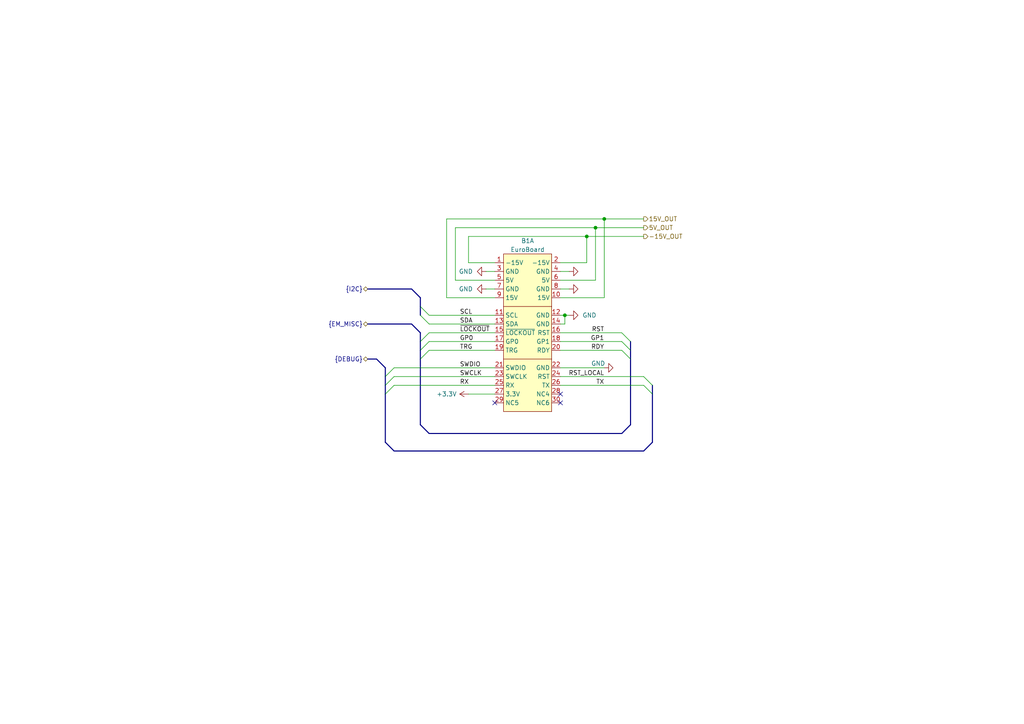
<source format=kicad_sch>
(kicad_sch (version 20230121) (generator eeschema)
  (paper "A4")
  (title_block (title "EuroMeasure Ion Gauge Controller") (date "2024-01-20") (rev "1.1.0"))
  (lib_symbols
    (symbol "MEMS_Custom:EuroBoardLED"
      (property "Reference" "B" (at 8.89 8.89 0))
      (property "Value" "EuroBoard" (at 1.27 8.89 0))
      (symbol "EuroBoardLED_1_1"
        (rectangle (start -3.81 7.62) (end 10.16 -38.1) (fill (type background)))
        (polyline (pts (xy -3.81 -22.86) (xy 10.16 -22.86)))
        (polyline (pts (xy -3.81 -7.62) (xy 10.16 -7.62)))
        (pin power_out line (at -6.35 5.08 0) (length 2.54) (name "-15V") (number "1"))
        (pin passive line (at 12.7 -5.08 180) (length 2.54) (name "15V") (number "10"))
        (pin bidirectional line (at -6.35 -10.16 0) (length 2.54) (name "SCL") (number "11"))
        (pin passive line (at 12.7 -10.16 180) (length 2.54) (name "GND") (number "12"))
        (pin bidirectional line (at -6.35 -12.7 0) (length 2.54) (name "SDA") (number "13"))
        (pin passive line (at 12.7 -12.7 180) (length 2.54) (name "GND") (number "14"))
        (pin bidirectional line (at -6.35 -15.24 0) (length 2.54) (name "~{LOCKOUT}") (number "15"))
        (pin bidirectional line (at 12.7 -15.24 180) (length 2.54) (name "RST") (number "16"))
        (pin bidirectional line (at -6.35 -17.78 0) (length 2.54) (name "GP0") (number "17"))
        (pin bidirectional line (at 12.7 -17.78 180) (length 2.54) (name "GP1") (number "18"))
        (pin bidirectional line (at -6.35 -20.32 0) (length 2.54) (name "TRG") (number "19"))
        (pin passive line (at 12.7 5.08 180) (length 2.54) (name "-15V") (number "2"))
        (pin bidirectional line (at 12.7 -20.32 180) (length 2.54) (name "RDY") (number "20"))
        (pin bidirectional line (at -6.35 -25.4 0) (length 2.54) (name "SWDIO") (number "21"))
        (pin power_in line (at 12.7 -25.4 180) (length 2.54) (name "GND") (number "22"))
        (pin bidirectional line (at -6.35 -27.94 0) (length 2.54) (name "SWCLK") (number "23"))
        (pin bidirectional line (at 12.7 -27.94 180) (length 2.54) (name "RST") (number "24"))
        (pin bidirectional line (at -6.35 -30.48 0) (length 2.54) (name "RX") (number "25"))
        (pin bidirectional line (at 12.7 -30.48 180) (length 2.54) (name "TX") (number "26"))
        (pin power_in line (at -6.35 -33.02 0) (length 2.54) (name "3.3V") (number "27"))
        (pin bidirectional line (at 12.7 -33.02 180) (length 2.54) (name "NC4") (number "28"))
        (pin bidirectional line (at -6.35 -35.56 0) (length 2.54) (name "NC5") (number "29"))
        (pin power_out line (at -6.35 2.54 0) (length 2.54) (name "GND") (number "3"))
        (pin bidirectional line (at 12.7 -35.56 180) (length 2.54) (name "NC6") (number "30"))
        (pin passive line (at 12.7 2.54 180) (length 2.54) (name "GND") (number "4"))
        (pin power_out line (at -6.35 0 0) (length 2.54) (name "5V") (number "5"))
        (pin passive line (at 12.7 0 180) (length 2.54) (name "5V") (number "6"))
        (pin passive line (at -6.35 -2.54 0) (length 2.54) (name "GND") (number "7"))
        (pin passive line (at 12.7 -2.54 180) (length 2.54) (name "GND") (number "8"))
        (pin power_out line (at -6.35 -5.08 0) (length 2.54) (name "15V") (number "9"))
      )
      (symbol "EuroBoardLED_2_1"
        (rectangle (start -6.35 7.62) (end 11.43 0) (fill (type background)))
        (text "RGB" (at 2.54 3.81 0) (effects (font (size 2.54 2.54))))
        (pin output line (at 13.97 3.81 180) (length 2.54) (name "DO") (number "D1"))
        (pin power_in line (at -8.89 1.27 0) (length 2.54) (name "GND") (number "D2"))
        (pin input line (at -8.89 3.81 0) (length 2.54) (name "DI") (number "D3"))
        (pin power_in line (at -8.89 6.35 0) (length 2.54) (name "VCC") (number "D4"))
      )
    )
    (symbol "power:+3.3V" (power) (pin_names (offset 0))
      (property "Value" "+3.3V" (at 0 3.556 0))
      (symbol "+3.3V_0_1"
        (polyline (pts (xy -0.762 1.27) (xy 0 2.54)))
        (polyline (pts (xy 0 0) (xy 0 2.54)))
        (polyline (pts (xy 0 2.54) (xy 0.762 1.27)))
      )
      (symbol "+3.3V_1_1"
        (pin power_in line (at 0 0 90) (length 0) hide (name "+3.3V") (number "1"))
      )
    )
    (symbol "power:GND" (power) (pin_names (offset 0))
      (property "Value" "GND" (at 0 -3.81 0))
      (symbol "GND_0_1"
        (polyline (pts (xy 0 0) (xy 0 -1.27) (xy 1.27 -1.27) (xy 0 -2.54) (xy -1.27 -1.27) (xy 0 -1.27)))
      )
      (symbol "GND_1_1"
        (pin power_in line (at 0 0 270) (length 0) hide (name "GND") (number "1"))
      )
    )
  )
  (junction (at 163.83 91.44))
  (junction (at 170.18 68.58))
  (junction (at 172.72 66.04))
  (junction (at 175.26 63.5))
  (no_connect (at 143.51 116.84))
  (no_connect (at 162.56 116.84))
  (no_connect (at 162.56 114.3))
  (bus_entry (at 124.46 96.52) (size -2.54 2.54))
  (bus_entry (at 111.76 114.3) (size 2.54 -2.54))
  (bus_entry (at 121.92 91.44) (size 2.54 2.54))
  (bus_entry (at 189.23 114.3) (size -2.54 -2.54))
  (bus_entry (at 121.92 101.6) (size 2.54 -2.54))
  (bus_entry (at 182.88 104.14) (size -2.54 -2.54))
  (bus_entry (at 189.23 111.76) (size -2.54 -2.54))
  (bus_entry (at 111.76 109.22) (size 2.54 -2.54))
  (bus_entry (at 121.92 88.9) (size 2.54 2.54))
  (bus_entry (at 111.76 111.76) (size 2.54 -2.54))
  (bus_entry (at 182.88 99.06) (size -2.54 -2.54))
  (bus_entry (at 121.92 104.14) (size 2.54 -2.54))
  (bus_entry (at 182.88 101.6) (size -2.54 -2.54))
  (bus (pts (xy 182.88 104.14) (xy 182.88 123.19)))
  (wire (pts (xy 132.08 66.04) (xy 172.72 66.04)))
  (bus (pts (xy 124.46 125.73) (xy 121.92 123.19)))
  (bus (pts (xy 111.76 106.68) (xy 109.22 104.14)))
  (bus (pts (xy 121.92 104.14) (xy 121.92 123.19)))
  (bus (pts (xy 111.76 111.76) (xy 111.76 114.3)))
  (bus (pts (xy 182.88 99.06) (xy 182.88 101.6)))
  (wire (pts (xy 172.72 81.28) (xy 172.72 66.04)))
  (wire (pts (xy 175.26 63.5) (xy 175.26 86.36)))
  (wire (pts (xy 143.51 76.2) (xy 135.89 76.2)))
  (wire (pts (xy 163.83 91.44) (xy 163.83 93.98)))
  (wire (pts (xy 132.08 81.28) (xy 143.51 81.28)))
  (wire (pts (xy 143.51 83.82) (xy 140.97 83.82)))
  (bus (pts (xy 189.23 128.27) (xy 186.69 130.81)))
  (wire (pts (xy 124.46 91.44) (xy 143.51 91.44)))
  (bus (pts (xy 189.23 114.3) (xy 189.23 128.27)))
  (bus (pts (xy 182.88 101.6) (xy 182.88 104.14)))
  (wire (pts (xy 129.54 63.5) (xy 175.26 63.5)))
  (bus (pts (xy 106.68 104.14) (xy 109.22 104.14)))
  (wire (pts (xy 114.3 106.68) (xy 143.51 106.68)))
  (bus (pts (xy 121.92 88.9) (xy 121.92 91.44)))
  (wire (pts (xy 162.56 99.06) (xy 180.34 99.06)))
  (wire (pts (xy 172.72 66.04) (xy 186.69 66.04)))
  (wire (pts (xy 129.54 86.36) (xy 129.54 63.5)))
  (bus (pts (xy 106.68 83.82) (xy 119.38 83.82)))
  (wire (pts (xy 132.08 66.04) (xy 132.08 81.28)))
  (wire (pts (xy 124.46 101.6) (xy 143.51 101.6)))
  (wire (pts (xy 114.3 109.22) (xy 143.51 109.22)))
  (wire (pts (xy 163.83 91.44) (xy 165.1 91.44)))
  (bus (pts (xy 119.38 83.82) (xy 121.92 86.36)))
  (bus (pts (xy 121.92 88.9) (xy 121.92 86.36)))
  (bus (pts (xy 111.76 109.22) (xy 111.76 106.68)))
  (wire (pts (xy 135.89 68.58) (xy 170.18 68.58)))
  (wire (pts (xy 129.54 86.36) (xy 143.51 86.36)))
  (wire (pts (xy 114.3 111.76) (xy 143.51 111.76)))
  (wire (pts (xy 162.56 96.52) (xy 180.34 96.52)))
  (bus (pts (xy 114.3 130.81) (xy 111.76 128.27)))
  (bus (pts (xy 111.76 109.22) (xy 111.76 111.76)))
  (bus (pts (xy 189.23 111.76) (xy 189.23 114.3)))
  (wire (pts (xy 162.56 81.28) (xy 172.72 81.28)))
  (wire (pts (xy 170.18 68.58) (xy 170.18 76.2)))
  (bus (pts (xy 121.92 101.6) (xy 121.92 104.14)))
  (wire (pts (xy 124.46 99.06) (xy 143.51 99.06)))
  (wire (pts (xy 143.51 78.74) (xy 140.97 78.74)))
  (bus (pts (xy 121.92 99.06) (xy 121.92 96.52)))
  (wire (pts (xy 162.56 101.6) (xy 180.34 101.6)))
  (bus (pts (xy 111.76 114.3) (xy 111.76 128.27)))
  (bus (pts (xy 186.69 130.81) (xy 114.3 130.81)))
  (bus (pts (xy 182.88 123.19) (xy 180.34 125.73)))
  (wire (pts (xy 162.56 109.22) (xy 186.69 109.22)))
  (wire (pts (xy 124.46 93.98) (xy 143.51 93.98)))
  (wire (pts (xy 175.26 63.5) (xy 186.69 63.5)))
  (wire (pts (xy 162.56 78.74) (xy 165.1 78.74)))
  (wire (pts (xy 135.89 114.3) (xy 143.51 114.3)))
  (bus (pts (xy 180.34 125.73) (xy 124.46 125.73)))
  (wire (pts (xy 162.56 86.36) (xy 175.26 86.36)))
  (wire (pts (xy 135.89 76.2) (xy 135.89 68.58)))
  (bus (pts (xy 121.92 96.52) (xy 119.38 93.98)))
  (wire (pts (xy 175.26 106.68) (xy 162.56 106.68)))
  (wire (pts (xy 124.46 96.52) (xy 143.51 96.52)))
  (bus (pts (xy 121.92 99.06) (xy 121.92 101.6)))
  (wire (pts (xy 170.18 68.58) (xy 186.69 68.58)))
  (bus (pts (xy 106.68 93.98) (xy 119.38 93.98)))
  (wire (pts (xy 162.56 83.82) (xy 165.1 83.82)))
  (wire (pts (xy 162.56 93.98) (xy 163.83 93.98)))
  (wire (pts (xy 162.56 91.44) (xy 163.83 91.44)))
  (wire (pts (xy 162.56 76.2) (xy 170.18 76.2)))
  (wire (pts (xy 162.56 111.76) (xy 186.69 111.76)))
  (label "GP0" (at 133.35 99.06 0))
  (label "SDA" (at 133.35 93.98 0))
  (label "SWCLK" (at 133.35 109.22 0))
  (label "~{LOCKOUT}" (at 133.35 96.52 0))
  (label "RDY" (at 175.26 101.6 180))
  (label "RX" (at 133.35 111.76 0))
  (label "TRG" (at 133.35 101.6 0))
  (label "RST" (at 175.26 96.52 180))
  (label "RST_LOCAL" (at 175.26 109.22 180))
  (label "SWDIO" (at 133.35 106.68 0))
  (label "GP1" (at 175.26 99.06 180))
  (label "TX" (at 175.26 111.76 180))
  (label "SCL" (at 133.35 91.44 0))
  (hierarchical_label "{I2C}" (shape bidirectional) (at 106.68 83.82 180))
  (hierarchical_label "{EM_MISC}" (shape bidirectional) (at 106.68 93.98 180))
  (hierarchical_label "5V_OUT" (shape output) (at 186.69 66.04 0))
  (hierarchical_label "-15V_OUT" (shape output) (at 186.69 68.58 0))
  (hierarchical_label "{DEBUG}" (shape bidirectional) (at 106.68 104.14 180))
  (hierarchical_label "15V_OUT" (shape output) (at 186.69 63.5 0))
  (symbol (lib_id "power:GND") (at 175.26 106.68 90) (unit 1)
    (property "Reference" "#PWR096" (effects hide))
    (property "Value" "GND" (at 171.45 105.41 90) (effects (justify right)))
  )
  (symbol (lib_id "MEMS_Custom:EuroBoardLED") (at 149.86 81.28 0) (unit 1)
    (property "Reference" "B1" (at 153.035 69.85 0))
    (property "Value" "EuroBoard" (at 153.035 72.39 0))
    (property "Footprint" "MEMS_Custom:EuroMeasureLED" (effects hide))
    (property "Datasheet" "https://www.mouser.pl/datasheet/2/737/4684_WS2812B_2020_V1_3_EN-1900866.pdf" (effects hide))
    (property "MPN" "4680+61201021721+61201021721+61201021721+970130324+970130324" (effects hide))
    (property "Mouser" "485-4684+710-61201021721+710-61201021721+710-6120102172+710-970130324+710-970130324" (effects hide))
  )
  (symbol (lib_id "power:GND") (at 140.97 78.74 270) (mirror x) (unit 1)
    (property "Reference" "#PWR091" (effects hide))
    (property "Value" "GND" (at 137.16 78.7399 90) (effects (justify right)))
  )
  (symbol (lib_id "power:GND") (at 140.97 83.82 270) (mirror x) (unit 1)
    (property "Reference" "#PWR092" (effects hide))
    (property "Value" "GND" (at 137.16 83.8199 90) (effects (justify right)))
  )
  (symbol (lib_id "power:GND") (at 165.1 78.74 90) (unit 1)
    (property "Reference" "#PWR093" (effects hide))
    (property "Value" "GND" (effects hide))
  )
  (symbol (lib_id "power:GND") (at 165.1 83.82 90) (unit 1)
    (property "Reference" "#PWR094" (effects hide))
    (property "Value" "GND" (effects hide))
  )
  (symbol (lib_id "power:GND") (at 165.1 91.44 90) (unit 1)
    (property "Reference" "#PWR095" (effects hide))
    (property "Value" "GND" (at 168.91 91.4399 90) (effects (justify right)))
  )
  (symbol (lib_id "power:+3.3V") (at 135.89 114.3 90) (unit 1)
    (property "Reference" "#PWR090" (effects hide))
    (property "Value" "+3.3V" (at 129.54 114.3 90))
  )
)
</source>
